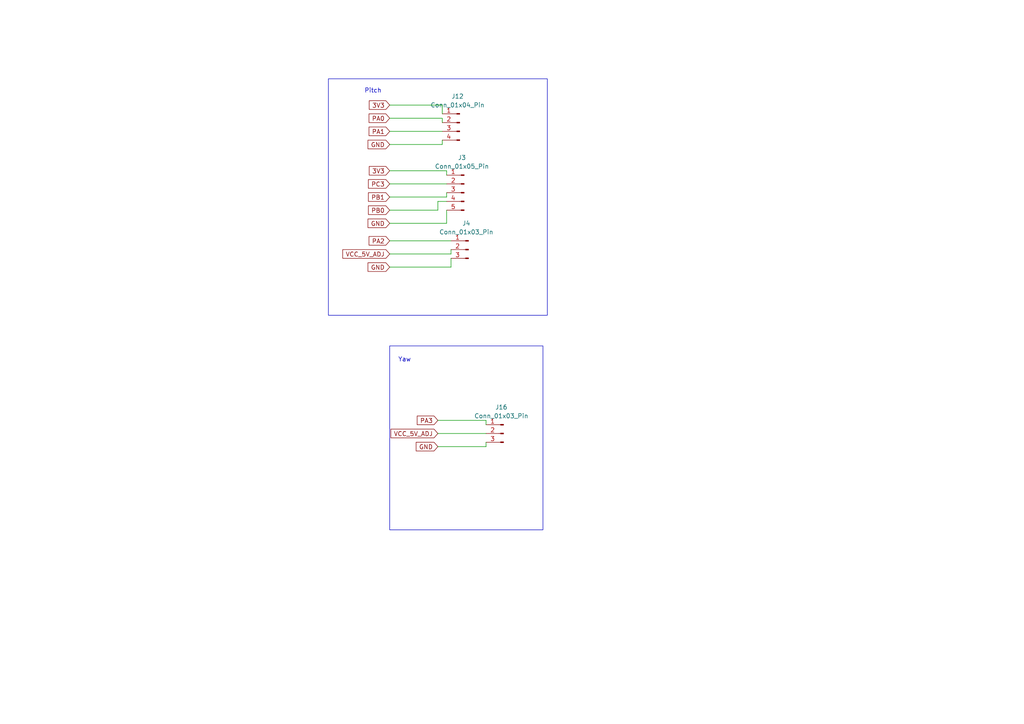
<source format=kicad_sch>
(kicad_sch (version 20250114) (generator "eeschema") (generator_version "9.0")
  (paper "A4")
  (lib_symbols
    (symbol "Connector:Conn_01x03_Pin" (pin_names (offset 1.016) (hide yes))
      (property "Reference" "J" (at 0 5.08 0))
      (property "Value" "Conn_01x03_Pin" (at 0 -5.08 0))
      (symbol "Conn_01x03_Pin_1_1"
        (rectangle (start 0.8636 2.667) (end 0 2.413) (stroke (width 0.1524)) (fill (type outline)))
        (rectangle (start 0.8636 0.127) (end 0 -0.127) (stroke (width 0.1524)) (fill (type outline)))
        (rectangle (start 0.8636 -2.413) (end 0 -2.667) (stroke (width 0.1524)) (fill (type outline)))
        (polyline (pts (xy 1.27 2.54) (xy 0.8636 2.54)) (stroke (width 0.1524)))
        (polyline (pts (xy 1.27 0) (xy 0.8636 0)) (stroke (width 0.1524)))
        (polyline (pts (xy 1.27 -2.54) (xy 0.8636 -2.54)) (stroke (width 0.1524)))
        (pin passive line (at 5.08 2.54 180) (length 3.81) (name "Pin_1") (number "1"))
        (pin passive line (at 5.08 0 180) (length 3.81) (name "Pin_2") (number "2"))
        (pin passive line (at 5.08 -2.54 180) (length 3.81) (name "Pin_3") (number "3"))
      )
    )
    (symbol "Connector:Conn_01x04_Pin" (pin_names (offset 1.016) (hide yes))
      (property "Reference" "J" (at 0 5.08 0))
      (property "Value" "Conn_01x04_Pin" (at 0 -7.62 0))
      (symbol "Conn_01x04_Pin_1_1"
        (rectangle (start 0.8636 2.667) (end 0 2.413) (stroke (width 0.1524)) (fill (type outline)))
        (rectangle (start 0.8636 0.127) (end 0 -0.127) (stroke (width 0.1524)) (fill (type outline)))
        (rectangle (start 0.8636 -2.413) (end 0 -2.667) (stroke (width 0.1524)) (fill (type outline)))
        (rectangle (start 0.8636 -4.953) (end 0 -5.207) (stroke (width 0.1524)) (fill (type outline)))
        (polyline (pts (xy 1.27 2.54) (xy 0.8636 2.54)) (stroke (width 0.1524)))
        (polyline (pts (xy 1.27 0) (xy 0.8636 0)) (stroke (width 0.1524)))
        (polyline (pts (xy 1.27 -2.54) (xy 0.8636 -2.54)) (stroke (width 0.1524)))
        (polyline (pts (xy 1.27 -5.08) (xy 0.8636 -5.08)) (stroke (width 0.1524)))
        (pin passive line (at 5.08 2.54 180) (length 3.81) (name "Pin_1") (number "1"))
        (pin passive line (at 5.08 0 180) (length 3.81) (name "Pin_2") (number "2"))
        (pin passive line (at 5.08 -2.54 180) (length 3.81) (name "Pin_3") (number "3"))
        (pin passive line (at 5.08 -5.08 180) (length 3.81) (name "Pin_4") (number "4"))
      )
    )
    (symbol "Connector:Conn_01x05_Pin" (pin_names (offset 1.016) (hide yes))
      (property "Reference" "J" (at 0 7.62 0))
      (property "Value" "Conn_01x05_Pin" (at 0 -7.62 0))
      (symbol "Conn_01x05_Pin_1_1"
        (rectangle (start 0.8636 5.207) (end 0 4.953) (stroke (width 0.1524)) (fill (type outline)))
        (rectangle (start 0.8636 2.667) (end 0 2.413) (stroke (width 0.1524)) (fill (type outline)))
        (rectangle (start 0.8636 0.127) (end 0 -0.127) (stroke (width 0.1524)) (fill (type outline)))
        (rectangle (start 0.8636 -2.413) (end 0 -2.667) (stroke (width 0.1524)) (fill (type outline)))
        (rectangle (start 0.8636 -4.953) (end 0 -5.207) (stroke (width 0.1524)) (fill (type outline)))
        (polyline (pts (xy 1.27 5.08) (xy 0.8636 5.08)) (stroke (width 0.1524)))
        (polyline (pts (xy 1.27 2.54) (xy 0.8636 2.54)) (stroke (width 0.1524)))
        (polyline (pts (xy 1.27 0) (xy 0.8636 0)) (stroke (width 0.1524)))
        (polyline (pts (xy 1.27 -2.54) (xy 0.8636 -2.54)) (stroke (width 0.1524)))
        (polyline (pts (xy 1.27 -5.08) (xy 0.8636 -5.08)) (stroke (width 0.1524)))
        (pin passive line (at 5.08 5.08 180) (length 3.81) (name "Pin_1") (number "1"))
        (pin passive line (at 5.08 2.54 180) (length 3.81) (name "Pin_2") (number "2"))
        (pin passive line (at 5.08 0 180) (length 3.81) (name "Pin_3") (number "3"))
        (pin passive line (at 5.08 -2.54 180) (length 3.81) (name "Pin_4") (number "4"))
        (pin passive line (at 5.08 -5.08 180) (length 3.81) (name "Pin_5") (number "5"))
      )
    )
  )
  (rectangle (start 95.25 22.86) (end 158.75 91.44))
  (rectangle (start 113.03 100.33) (end 157.48 153.67))
  (text "Pitch\n" (at 108.204 26.416 0) (effects (font (size 1.27 1.27))))
  (text "Yaw\n" (at 117.348 104.394 0) (effects (font (size 1.27 1.27))))
  (wire (pts (xy 113.03 38.1) (xy 128.27 38.1)))
  (wire (pts (xy 130.81 77.47) (xy 130.81 74.93)))
  (wire (pts (xy 128.27 41.91) (xy 128.27 40.64)))
  (wire (pts (xy 113.03 34.29) (xy 128.27 34.29)))
  (wire (pts (xy 113.03 60.96) (xy 127 60.96)))
  (wire (pts (xy 127 121.92) (xy 140.97 121.92)))
  (wire (pts (xy 127 129.54) (xy 140.97 129.54)))
  (wire (pts (xy 113.03 57.15) (xy 129.54 57.15)))
  (wire (pts (xy 129.54 49.53) (xy 129.54 50.8)))
  (wire (pts (xy 113.03 64.77) (xy 129.54 64.77)))
  (wire (pts (xy 127 60.96) (xy 127 58.42)))
  (wire (pts (xy 113.03 77.47) (xy 130.81 77.47)))
  (wire (pts (xy 113.03 41.91) (xy 128.27 41.91)))
  (wire (pts (xy 129.54 57.15) (xy 129.54 55.88)))
  (wire (pts (xy 140.97 129.54) (xy 140.97 128.27)))
  (wire (pts (xy 128.27 30.48) (xy 128.27 33.02)))
  (wire (pts (xy 130.81 73.66) (xy 130.81 72.39)))
  (wire (pts (xy 113.03 69.85) (xy 130.81 69.85)))
  (wire (pts (xy 127 58.42) (xy 129.54 58.42)))
  (wire (pts (xy 113.03 30.48) (xy 128.27 30.48)))
  (wire (pts (xy 113.03 73.66) (xy 130.81 73.66)))
  (wire (pts (xy 113.03 53.34) (xy 129.54 53.34)))
  (wire (pts (xy 127 125.73) (xy 140.97 125.73)))
  (wire (pts (xy 113.03 49.53) (xy 129.54 49.53)))
  (wire (pts (xy 128.27 34.29) (xy 128.27 35.56)))
  (wire (pts (xy 129.54 64.77) (xy 129.54 60.96)))
  (wire (pts (xy 140.97 121.92) (xy 140.97 123.19)))
  (global_label "GND" (shape input) (at 113.03 77.47 180) (property "Intersheetrefs" "${INTERSHEET_REFS}" (effects (hide yes))))
  (global_label "VCC_5V_ADJ" (shape input) (at 127 125.73 180) (property "Intersheetrefs" "${INTERSHEET_REFS}" (effects (hide yes))))
  (global_label "PA1" (shape input) (at 113.03 38.1 180) (property "Intersheetrefs" "${INTERSHEET_REFS}" (effects (hide yes))))
  (global_label "PA2" (shape input) (at 113.03 69.85 180) (property "Intersheetrefs" "${INTERSHEET_REFS}" (effects (hide yes))))
  (global_label "3V3" (shape input) (at 113.03 49.53 180) (property "Intersheetrefs" "${INTERSHEET_REFS}" (effects (hide yes))))
  (global_label "3V3" (shape input) (at 113.03 30.48 180) (property "Intersheetrefs" "${INTERSHEET_REFS}" (effects (hide yes))))
  (global_label "GND" (shape input) (at 113.03 64.77 180) (property "Intersheetrefs" "${INTERSHEET_REFS}" (effects (hide yes))))
  (global_label "PB1" (shape input) (at 113.03 57.15 180) (property "Intersheetrefs" "${INTERSHEET_REFS}" (effects (hide yes))))
  (global_label "PA0" (shape input) (at 113.03 34.29 180) (property "Intersheetrefs" "${INTERSHEET_REFS}" (effects (hide yes))))
  (global_label "VCC_5V_ADJ" (shape input) (at 113.03 73.66 180) (property "Intersheetrefs" "${INTERSHEET_REFS}" (effects (hide yes))))
  (global_label "GND" (shape input) (at 127 129.54 180) (property "Intersheetrefs" "${INTERSHEET_REFS}" (effects (hide yes))))
  (global_label "PC3" (shape input) (at 113.03 53.34 180) (property "Intersheetrefs" "${INTERSHEET_REFS}" (effects (hide yes))))
  (global_label "PB0" (shape input) (at 113.03 60.96 180) (property "Intersheetrefs" "${INTERSHEET_REFS}" (effects (hide yes))))
  (global_label "GND" (shape input) (at 113.03 41.91 180) (property "Intersheetrefs" "${INTERSHEET_REFS}" (effects (hide yes))))
  (global_label "PA3" (shape input) (at 127 121.92 180) (property "Intersheetrefs" "${INTERSHEET_REFS}" (effects (hide yes))))
  (symbol (lib_id "Connector:Conn_01x03_Pin") (at 146.05 125.73 0) (mirror y) (unit 1)
    (property "Reference" "J16" (at 145.415 118.11 0))
    (property "Value" "Conn_01x03_Pin" (at 145.415 120.65 0))
    (property "Footprint" "Connector_PinHeader_2.54mm:PinHeader_1x03_P2.54mm_Vertical" (effects (hide yes)))
    (property "Description" "Generic connector, single row, 01x03, script generated" (effects (hide yes)))
  )
  (symbol (lib_id "Connector:Conn_01x04_Pin") (at 133.35 35.56 0) (mirror y) (unit 1)
    (property "Reference" "J12" (at 132.715 27.94 0))
    (property "Value" "Conn_01x04_Pin" (at 132.715 30.48 0))
    (property "Footprint" "Connector_PinHeader_2.54mm:PinHeader_1x04_P2.54mm_Vertical" (effects (hide yes)))
    (property "Description" "Generic connector, single row, 01x04, script generated" (effects (hide yes)))
  )
  (symbol (lib_id "Connector:Conn_01x03_Pin") (at 135.89 72.39 0) (mirror y) (unit 1)
    (property "Reference" "J4" (at 135.255 64.77 0))
    (property "Value" "Conn_01x03_Pin" (at 135.255 67.31 0))
    (property "Footprint" "Connector_PinHeader_2.54mm:PinHeader_1x03_P2.54mm_Vertical" (effects (hide yes)))
    (property "Description" "Generic connector, single row, 01x03, script generated" (effects (hide yes)))
  )
  (symbol (lib_id "Connector:Conn_01x05_Pin") (at 134.62 55.88 0) (mirror y) (unit 1)
    (property "Reference" "J3" (at 133.985 45.72 0))
    (property "Value" "Conn_01x05_Pin" (at 133.985 48.26 0))
    (property "Footprint" "Connector_PinHeader_2.54mm:PinHeader_1x05_P2.54mm_Vertical" (effects (hide yes)))
    (property "Description" "Generic connector, single row, 01x05, script generated" (effects (hide yes)))
  )
)
</source>
